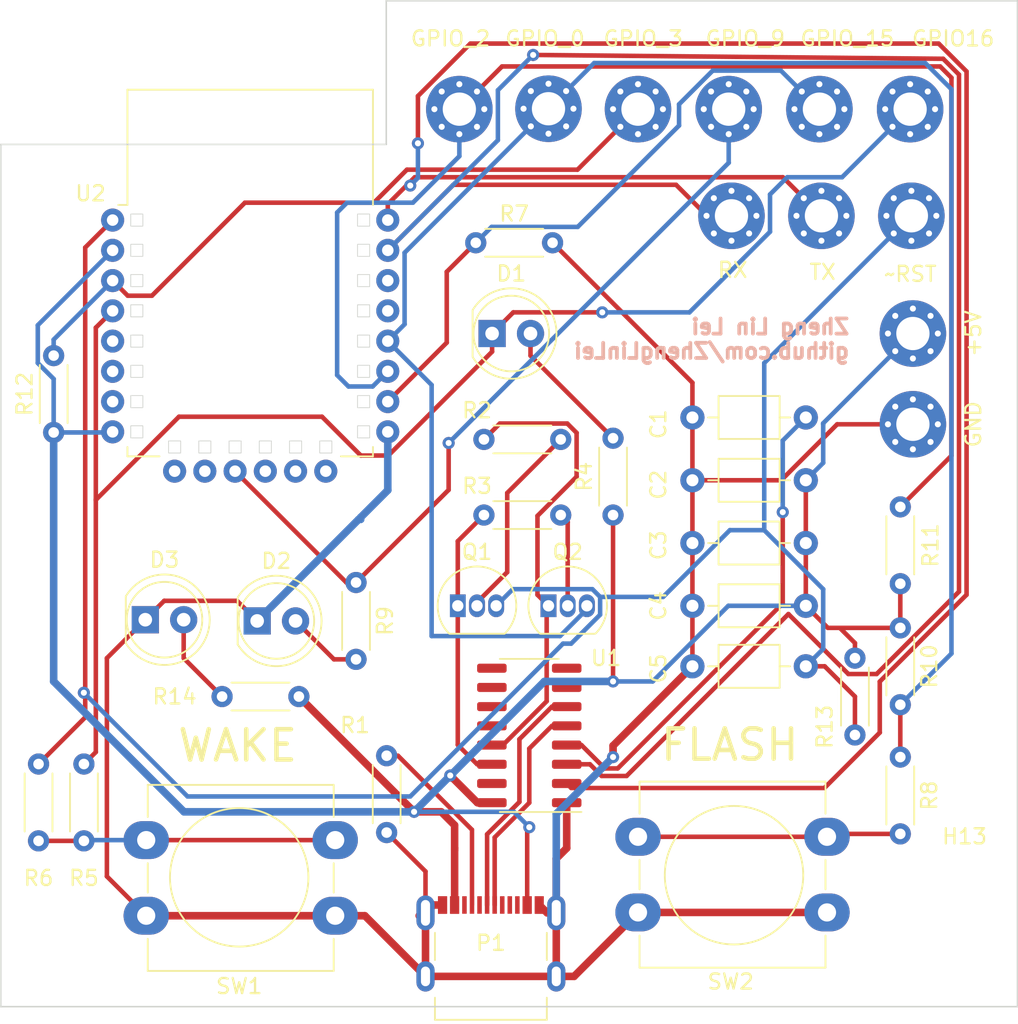
<source format=kicad_pcb>
(kicad_pcb (version 20221018) (generator pcbnew)
  (layers (0 "F.Cu" signal) (31 "B.Cu" signal) (34 "B.Paste" user) (35 "F.Paste" user) (36 "B.SilkS" user "B.Silkscreen") (37 "F.SilkS" user "F.Silkscreen") (38 "B.Mask" user) (39 "F.Mask" user) (44 "Edge.Cuts" user))
  (net 0 "")
  (net 1 "GND")
  (net 2 "Net-(U1-V3)")
  (net 3 "VBUS")
  (net 4 "/nRST")
  (net 5 "/PIN16")
  (net 6 "Net-(D1-A)")
  (net 7 "Net-(D2-A)")
  (net 8 "Net-(D3-A)")
  (net 9 "/RX")
  (net 10 "/TX")
  (net 11 "/PIN0")
  (net 12 "/EN")
  (net 13 "/BOOT_LED")
  (net 14 "/PIN15")
  (net 15 "/PIN2")
  (net 16 "Net-(P1-CC)")
  (net 17 "Net-(P1-D+)")
  (net 18 "Net-(P1-D-)")
  (net 20 "Net-(Q1-E)")
  (net 21 "Net-(Q1-B)")
  (net 22 "Net-(Q2-E)")
  (net 23 "Net-(Q2-B)")
  (net 24 "Net-(R5-Pad2)")
  (net 25 "Net-(R8-Pad2)")
  (footprint "Resistor_THT:R_Axial_DIN0204_L3.6mm_D1.6mm_P5.08mm_Horizontal" (layer "F.Cu") (at 149 131 -90)
    (fp_text reference "R8")
    (fp_text value "330R")
  )
  (footprint "Capacitor_THT:C_Axial_L3.8mm_D2.6mm_P7.50mm_Horizontal" (layer "F.Cu") (at 135.25 116.85)
    (fp_text reference "C3")
    (fp_text value "1u")
  )
  (footprint "MountingHole:MountingHole_2.2mm_M2_Pad_Via" (layer "F.Cu") (at 125.73 88.138)
    (fp_text reference "GPIO_0")
    (fp_text value "MountingHole_Pad")
  )
  (footprint "Resistor_THT:R_Axial_DIN0204_L3.6mm_D1.6mm_P5.08mm_Horizontal" (layer "F.Cu") (at 120.92 97)
    (fp_text reference "R7")
    (fp_text value "10k")
  )
  (footprint "Resistor_THT:R_Axial_DIN0204_L3.6mm_D1.6mm_P5.08mm_Horizontal" (layer "F.Cu") (at 121.46 115)
    (fp_text reference "R3")
    (fp_text value "10k")
  )
  (footprint "Package_SO:SOIC-16_3.9x9.9mm_P1.27mm" (layer "F.Cu") (at 124.46 129.571445 180)
    (fp_text reference "U1")
    (fp_text value "CH340C")
  )
  (footprint "Capacitor_THT:C_Axial_L3.8mm_D2.6mm_P7.50mm_Horizontal" (layer "F.Cu") (at 142.75 125 180)
    (fp_text reference "C5")
    (fp_text value "470p")
  )
  (footprint "Resistor_THT:R_Axial_DIN0204_L3.6mm_D1.6mm_P5.08mm_Horizontal" (layer "F.Cu") (at 115.025581 130.91147 -90)
    (fp_text reference "R1")
    (fp_text value "4.7k")
  )
  (footprint "MountingHole:MountingHole_2.2mm_M2_Pad_Via" (layer "F.Cu") (at 119.833274 88.166726)
    (fp_text reference "GPIO_2")
    (fp_text value "MountingHole_Pad")
  )
  (footprint "Button_Switch_THT:SW_PUSH-12mm_Wuerth-430476085716" (layer "F.Cu") (at 131.652143 136.270872)
    (fp_text reference "SW2")
    (fp_text value "SW_Push")
  )
  (footprint "Resistor_THT:R_Axial_DIN0204_L3.6mm_D1.6mm_P5.08mm_Horizontal" (layer "F.Cu") (at 92 136.54 90)
    (fp_text reference "R6")
    (fp_text value "19330R")
  )
  (footprint "LED_THT:LED_D5.0mm" (layer "F.Cu") (at 106.46 122)
    (fp_text reference "D2")
    (fp_text value "LED")
  )
  (footprint "LED_THT:LED_D5.0mm" (layer "F.Cu") (at 99.06 121.92)
    (fp_text reference "D3")
    (fp_text value "LED")
  )
  (footprint "Resistor_THT:R_Axial_DIN0204_L3.6mm_D1.6mm_P5.08mm_Horizontal" (layer "F.Cu") (at 149 122.46 -90)
    (fp_text reference "R10")
    (fp_text value "10k")
  )
  (footprint "LED_THT:LED_D5.0mm" (layer "F.Cu") (at 122 103)
    (fp_text reference "D1")
    (fp_text value "LED")
  )
  (footprint "MountingHole:MountingHole_2.2mm_M2_Pad_Via" (layer "F.Cu") (at 149.65 88.166726)
    (fp_text reference "GPIO16")
    (fp_text value "MountingHole_Pad")
  )
  (footprint "Button_Switch_THT:SW_PUSH-12mm_Wuerth-430476085716" (layer "F.Cu") (at 111.622018 141.489551 180)
    (fp_text reference "SW1")
    (fp_text value "SW_Push")
  )
  (footprint "RF_Module:ESP-12E_XPIN" (layer "F.Cu") (at 106 99)
    (fp_text reference "U2")
    (fp_text value "ESP-12E")
    (fp_rect (start -7.9 -3.9) (end -7.1 -3.1) (stroke (width 0.05)) (fill none) (layer "Edge.Cuts"))
    (fp_rect (start -7.9 -1.9) (end -7.1 -1.1) (stroke (width 0.05)) (fill none) (layer "Edge.Cuts"))
    (fp_rect (start -7.9 0.1) (end -7.1 0.9) (stroke (width 0.05)) (fill none) (layer "Edge.Cuts"))
    (fp_rect (start -7.9 2.1) (end -7.1 2.9) (stroke (width 0.05)) (fill none) (layer "Edge.Cuts"))
    (fp_rect (start -7.9 4.1) (end -7.1 4.9) (stroke (width 0.05)) (fill none) (layer "Edge.Cuts"))
    (fp_rect (start -7.9 6.1) (end -7.1 6.9) (stroke (width 0.05)) (fill none) (layer "Edge.Cuts"))
    (fp_rect (start -7.9 8.1) (end -7.1 8.9) (stroke (width 0.05)) (fill none) (layer "Edge.Cuts"))
    (fp_rect (start -7.9 10.1) (end -7.1 10.9) (stroke (width 0.05)) (fill none) (layer "Edge.Cuts"))
    (fp_rect (start -5.4 11.9) (end -4.6 11.1) (stroke (width 0.05)) (fill none) (layer "Edge.Cuts"))
    (fp_rect (start -3.4 11.9) (end -2.6 11.1) (stroke (width 0.05)) (fill none) (layer "Edge.Cuts"))
    (fp_rect (start -1.4 11.9) (end -0.6 11.1) (stroke (width 0.05)) (fill none) (layer "Edge.Cuts"))
    (fp_rect (start 0.6 11.9) (end 1.4 11.1) (stroke (width 0.05)) (fill none) (layer "Edge.Cuts"))
    (fp_rect (start 2.6 11.9) (end 3.4 11.1) (stroke (width 0.05)) (fill none) (layer "Edge.Cuts"))
    (fp_rect (start 4.6 11.9) (end 5.4 11.1) (stroke (width 0.05)) (fill none) (layer "Edge.Cuts"))
    (fp_rect (start 7.1 -3.9) (end 7.9 -3.1) (stroke (width 0.05)) (fill none) (layer "Edge.Cuts"))
    (fp_rect (start 7.1 -1.9) (end 7.9 -1.1) (stroke (width 0.05)) (fill none) (layer "Edge.Cuts"))
    (fp_rect (start 7.1 0.1) (end 7.9 0.9) (stroke (width 0.05)) (fill none) (layer "Edge.Cuts"))
    (fp_rect (start 7.1 2.1) (end 7.9 2.9) (stroke (width 0.05)) (fill none) (layer "Edge.Cuts"))
    (fp_rect (start 7.1 4.1) (end 7.9 4.9) (stroke (width 0.05)) (fill none) (layer "Edge.Cuts"))
    (fp_rect (start 7.1 6.1) (end 7.9 6.9) (stroke (width 0.05)) (fill none) (layer "Edge.Cuts"))
    (fp_rect (start 7.1 8.1) (end 7.9 8.9) (stroke (width 0.05)) (fill none) (layer "Edge.Cuts"))
    (fp_rect (start 7.1 10.1) (end 7.9 10.9) (stroke (width 0.05)) (fill none) (layer "Edge.Cuts"))
  )
  (footprint "MountingHole:MountingHole_2.2mm_M2_Pad_Via" (layer "F.Cu") (at 143.65 88.166726)
    (fp_text reference "GPIO_15")
    (fp_text value "MountingHole_Pad")
  )
  (footprint "MountingHole:MountingHole_2.2mm_M2_Pad_Via" (layer "F.Cu") (at 149.833274 109)
    (fp_text reference "GND")
    (fp_text value "MountingHole_Pad")
  )
  (footprint "MountingHole:MountingHole_2.2mm_M2_Pad_Via" (layer "F.Cu") (at 149.833274 103)
    (fp_text reference "+5V")
    (fp_text value "MountingHole_Pad")
  )
  (footprint "Resistor_THT:R_Axial_DIN0204_L3.6mm_D1.6mm_P5.08mm_Horizontal" (layer "F.Cu") (at 95 131.46 -90)
    (fp_text reference "R5")
    (fp_text value "16330R")
  )
  (footprint "MountingHole:MountingHole_2.2mm_M2_Pad_Via" (layer "F.Cu") (at 143.783274 95.216726 90)
    (fp_text reference "TX")
    (fp_text value "MountingHole_Pad")
  )
  (footprint "Resistor_THT:R_Axial_DIN0204_L3.6mm_D1.6mm_P5.08mm_Horizontal" (layer "F.Cu") (at 149 119.54 90)
    (fp_text reference "R11")
    (fp_text value "10k")
  )
  (footprint "Capacitor_THT:C_Axial_L3.8mm_D2.6mm_P7.50mm_Horizontal" (layer "F.Cu") (at 135.25 112.7)
    (fp_text reference "C2")
    (fp_text value "100n")
  )
  (footprint "Capacitor_THT:C_Axial_L3.8mm_D2.6mm_P7.50mm_Horizontal" (layer "F.Cu") (at 135.25 108.55)
    (fp_text reference "C1")
    (fp_text value "100n")
  )
  (footprint "Capacitor_THT:C_Axial_L3.8mm_D2.6mm_P7.50mm_Horizontal" (layer "F.Cu") (at 135.25 121)
    (fp_text reference "C4")
    (fp_text value "10u")
  )
  (footprint "MountingHole:MountingHole_3.7mm" (layer "F.Cu") (at 151.25 141.75)
    (fp_text reference "H13")
    (fp_text value "MountingHole")
  )
  (footprint "Resistor_THT:R_Axial_DIN0204_L3.6mm_D1.6mm_P5.08mm_Horizontal" (layer "F.Cu") (at 146 124.46 -90)
    (fp_text reference "R13")
    (fp_text value "10k")
  )
  (footprint "MountingHole:MountingHole_2.2mm_M2_Pad_Via" (layer "F.Cu") (at 137.65 88.166726)
    (fp_text reference "GPIO_9")
    (fp_text value "MountingHole_Pad")
  )
  (footprint "MountingHole:MountingHole_2.2mm_M2_Pad_Via" (layer "F.Cu") (at 137.833274 95.216726 90)
    (fp_text reference "RX")
    (fp_text value "MountingHole_Pad")
  )
  (footprint "Package_TO_SOT_THT:TO-92_Inline" (layer "F.Cu") (at 125.73 121)
    (fp_text reference "Q2")
    (fp_text value "S8050")
  )
  (footprint "Package_TO_SOT_THT:TO-92_Inline" (layer "F.Cu") (at 119.73 121)
    (fp_text reference "Q1")
    (fp_text value "S8050")
  )
  (footprint "Resistor_THT:R_Axial_DIN0204_L3.6mm_D1.6mm_P5.08mm_Horizontal" (layer "F.Cu") (at 109.22 127 180)
    (fp_text reference "R14")
    (fp_text value "330")
  )
  (footprint "Resistor_THT:R_Axial_DIN0204_L3.6mm_D1.6mm_P5.08mm_Horizontal" (layer "F.Cu") (at 121.46 110)
    (fp_text reference "R2")
    (fp_text value "10k")
  )
  (footprint "Resistor_THT:R_Axial_DIN0204_L3.6mm_D1.6mm_P5.08mm_Horizontal" (layer "F.Cu") (at 113 119.46 -90)
    (fp_text reference "R9")
    (fp_text value "330R")
  )
  (footprint "Resistor_THT:R_Axial_DIN0204_L3.6mm_D1.6mm_P5.08mm_Horizontal" (layer "F.Cu") (at 93 109.54 90)
    (fp_text reference "R12")
    (fp_text value "10k")
  )
  (footprint "MountingHole:MountingHole_2.2mm_M2_Pad_Via" (layer "F.Cu") (at 149.733274 95.216726 90)
    (fp_text reference "~RST")
    (fp_text value "MountingHole_Pad")
  )
  (footprint "Resistor_THT:R_Axial_DIN0204_L3.6mm_D1.6mm_P5.08mm_Horizontal" (layer "F.Cu") (at 130 115 90)
    (fp_text reference "R4")
    (fp_text value "330R")
  )
  (footprint "MountingHole:MountingHole_2.2mm_M2_Pad_Via" (layer "F.Cu") (at 131.65 88.166726)
    (fp_text reference "GPIO_3")
    (fp_text value "MountingHole_Pad")
  )
  (footprint "Library:TYPE-C 16PIN 2MD(073)" (layer "F.Cu") (at 121.92 143.29)
    (fp_text reference "P1")
    (fp_text value "USB_C_Plug_USB2.0")
  )
  (gr_line (start 115 81) (end 115 90.5) (stroke (width 0.1)) (layer "Edge.Cuts"))
  (gr_line (start 89.5 90.5) (end 89.5 147.5) (stroke (width 0.1)) (layer "Edge.Cuts"))
  (gr_line (start 156.75 81) (end 115 81) (stroke (width 0.1)) (layer "Edge.Cuts"))
  (gr_line (start 156.75 147.5) (end 156.75 81) (stroke (width 0.1)) (layer "Edge.Cuts"))
  (gr_line (start 115 90.5) (end 89.5 90.5) (stroke (width 0.1)) (layer "Edge.Cuts"))
  (gr_line (start 89.5 147.5) (end 156.75 147.5) (stroke (width 0.1)) (layer "Edge.Cuts"))
  (gr_text "Zheng Lin Lei\ngithub.com/ZhengLinLei" (at 145.75 104.75) (layer "B.SilkS") (effects (font (size 1 1) (thickness 0.25) bold) (justify left bottom mirror)))
  (gr_text "WAKE" (at 101.064273 131.418259) (layer "F.SilkS") (effects (font (size 2 2) (thickness 0.3) bold) (justify left bottom)))
  (gr_text "FLASH" (at 133 131.3635) (layer "F.SilkS") (effects (font (size 2 2) (thickness 0.3) bold) (justify left bottom)))
  (segment (start 96.52 124.46) (end 96.52 138.887533) (width 0.3) (layer "F.Cu") (net 1))
  (segment (start 126.245 141.3) (end 125.64 141.3) (width 0.5) (layer "F.Cu") (net 1))
  (segment (start 99.06 121.92) (end 96.52 124.46) (width 0.3) (layer "F.Cu") (net 1))
  (segment (start 131.652143 141.270872) (end 144.152143 141.270872) (width 0.5) (layer "F.Cu") (net 1))
  (segment (start 113.584551 141.489551) (end 117.595 145.5) (width 0.5) (layer "F.Cu") (net 1))
  (segment (start 135.25 121) (end 135.25 116.85) (width 0.3) (layer "F.Cu") (net 1))
  (segment (start 115.025581 135.99147) (end 117.595 138.560889) (width 0.3) (layer "F.Cu") (net 1))
  (segment (start 130 131) (end 130 130.25) (width 0.5) (layer "F.Cu") (net 1))
  (segment (start 98.974655 121.834655) (end 99.06 121.92) (width 0.3) (layer "F.Cu") (net 1))
  (segment (start 131.652143 141.270872) (end 127.423015 145.5) (width 0.5) (layer "F.Cu") (net 1))
  (segment (start 130 130.25) (end 135.25 125) (width 0.5) (layer "F.Cu") (net 1))
  (segment (start 100.31 120.67) (end 99.06 121.92) (width 0.3) (layer "F.Cu") (net 1))
  (segment (start 144.823654 109) (end 141.123654 112.7) (width 0.3) (layer "F.Cu") (net 1))
  (segment (start 118.72 140.78) (end 118.115 140.78) (width 0.5) (layer "F.Cu") (net 1))
  (segment (start 141.123654 112.7) (end 135.25 112.7) (width 0.3) (layer "F.Cu") (net 1))
  (segment (start 126.935 134.016445) (end 126.935 137.02) (width 0.5) (layer "F.Cu") (net 1))
  (segment (start 105.13 120.67) (end 100.31 120.67) (width 0.3) (layer "F.Cu") (net 1))
  (segment (start 117.174551 141.489551) (end 117.595 141.91) (width 0.5) (layer "F.Cu") (net 1))
  (segment (start 117.595 138.560889) (end 117.595 141.3) (width 0.3) (layer "F.Cu") (net 1))
  (segment (start 99.122018 141.489551) (end 111.622018 141.489551) (width 0.5) (layer "F.Cu") (net 1))
  (segment (start 117.595 145.5) (end 126.245 145.5) (width 0.5) (layer "F.Cu") (net 1))
  (segment (start 118.115 140.78) (end 117.595 141.3) (width 0.5) (layer "F.Cu") (net 1))
  (segment (start 106.46 122) (end 105.13 120.67) (width 0.3) (layer "F.Cu") (net 1))
  (segment (start 127.423015 145.5) (end 126.245 145.5) (width 0.5) (layer "F.Cu") (net 1))
  (segment (start 111.622018 141.489551) (end 113.584551 141.489551) (width 0.5) (layer "F.Cu") (net 1))
  (segment (start 135.25 125) (end 135.25 121) (width 0.3) (layer "F.Cu") (net 1))
  (segment (start 126.935 137.02) (end 126.245 137.71) (width 0.5) (layer "F.Cu") (net 1))
  (segment (start 135.25 116.85) (end 135.25 112.7) (width 0.3) (layer "F.Cu") (net 1))
  (segment (start 135.25 106.25) (end 126 97) (width 0.3) (layer "F.Cu") (net 1))
  (segment (start 144.823654 109) (end 149.833274 109) (width 0.3) (layer "F.Cu") (net 1))
  (segment (start 117.595 145.5) (end 117.595 141.3) (width 0.5) (layer "F.Cu") (net 1))
  (segment (start 126.245 141.3) (end 126.245 145.5) (width 0.5) (layer "F.Cu") (net 1))
  (segment (start 135.25 112.7) (end 135.25 108.55) (width 0.3) (layer "F.Cu") (net 1))
  (segment (start 126.245 137.71) (end 126.245 141.3) (width 0.5) (layer "F.Cu") (net 1))
  (segment (start 125.64 141.3) (end 125.12 140.78) (width 0.5) (layer "F.Cu") (net 1))
  (segment (start 135.25 108.55) (end 135.25 106.25) (width 0.3) (layer "F.Cu") (net 1))
  (segment (start 96.52 138.887533) (end 99.122018 141.489551) (width 0.3) (layer "F.Cu") (net 1))
  (via (at 130 131) (size 0.8) (drill 0.4) (layers "F.Cu" "B.Cu") (net 1))
  (segment (start 113.305026 115.286988) (end 113.173012 115.286988) (width 0.5) (layer "B.Cu") (net 1))
  (segment (start 113.173012 115.286988) (end 106.46 122) (width 0.5) (layer "B.Cu") (net 1))
  (segment (start 126.245 134.755) (end 126.245 141.3) (width 0.5) (layer "B.Cu") (net 1))
  (segment (start 115.1 109.5) (end 115.1 113.36) (width 0.5) (layer "B.Cu") (net 1))
  (segment (start 115.1 113.36) (end 113.305026 115.154974) (width 0.5) (layer "B.Cu") (net 1))
  (segment (start 130 131) (end 126.245 134.755) (width 0.5) (layer "B.Cu") (net 1))
  (segment (start 113.305026 115.154974) (end 113.305026 115.286988) (width 0.5) (layer "B.Cu") (net 1))
  (segment (start 141.224 114.808) (end 141.224 114.554) (width 0.3) (layer "F.Cu") (net 2))
  (segment (start 130.310661 131.75) (end 141.224 120.836661) (width 0.3) (layer "F.Cu") (net 2))
  (segment (start 129.453554 131.75) (end 130.310661 131.75) (width 0.3) (layer "F.Cu") (net 2))
  (segment (start 141.224 120.836661) (end 141.224 114.808) (width 0.3) (layer "F.Cu") (net 2))
  (segment (start 127.909999 130.206445) (end 129.453554 131.75) (width 0.3) (layer "F.Cu") (net 2))
  (segment (start 126.935 130.206445) (end 127.909999 130.206445) (width 0.3) (layer "F.Cu") (net 2))
  (via (at 141.224 114.808) (size 0.8) (drill 0.4) (layers "F.Cu" "B.Cu") (net 2))
  (segment (start 141.224 114.808) (end 141.224 110.076) (width 0.3) (layer "B.Cu") (net 2))
  (segment (start 141.224 110.076) (end 142.75 108.55) (width 0.3) (layer "B.Cu") (net 2))
  (segment (start 146 123.46) (end 145 122.46) (width 0.3) (layer "F.Cu") (net 3))
  (segment (start 124.32 135.776) (end 124.32 140.78) (width 0.3) (layer "F.Cu") (net 3))
  (segment (start 144.21 122.46) (end 142.75 121) (width 0.3) (layer "F.Cu") (net 3))
  (segment (start 119.52 137) (end 119.52 140.78) (width 0.5) (layer "F.Cu") (net 3))
  (segment (start 119.445 137.115) (end 119.52 137.19) (width 0.3) (layer "F.Cu") (net 3))
  (segment (start 146 124.46) (end 146 123.46) (width 0.3) (layer "F.Cu") (net 3))
  (segment (start 124.46 135.636) (end 124.32 135.776) (width 0.3) (layer "F.Cu") (net 3))
  (segment (start 142.75 112.7) (end 142.75 116.85) (width 0.3) (layer "F.Cu") (net 3))
  (segment (start 119.52 135.506446) (end 119.52 137) (width 0.5) (layer "F.Cu") (net 3))
  (segment (start 145 122.46) (end 144.21 122.46) (width 0.3) (layer "F.Cu") (net 3))
  (segment (start 121.985 134.016445) (end 121.028585 134.016445) (width 0.5) (layer "F.Cu") (net 3))
  (segment (start 119.52 137) (end 119.52 137.19) (width 0.5) (layer "F.Cu") (net 3))
  (segment (start 119.52 135.506446) (end 118.633554 134.62) (width 0.5) (layer "F.Cu") (net 3))
  (segment (start 116.84 134.62) (end 109.22 127) (width 0.5) (layer "F.Cu") (net 3))
  (segment (start 149 122.46) (end 145 122.46) (width 0.3) (layer "F.Cu") (net 3))
  (segment (start 130 115) (end 130 126) (width 0.3) (layer "F.Cu") (net 3))
  (segment (start 121.028585 134.016445) (end 119.230658 132.218518) (width 0.5) (layer "F.Cu") (net 3))
  (segment (start 142.75 116.85) (end 142.75 121) (width 0.3) (layer "F.Cu") (net 3))
  (segment (start 118.633554 134.62) (end 116.84 134.62) (width 0.5) (layer "F.Cu") (net 3))
  (segment (start 149 119.54) (end 149 122.46) (width 0.3) (layer "F.Cu") (net 3))
  (via (at 116.84 134.62) (size 0.8) (drill 0.4) (layers "F.Cu" "B.Cu") (net 3))
  (via (at 124.46 135.636) (size 0.8) (drill 0.4) (layers "F.Cu" "B.Cu") (net 3))
  (via (at 130 126) (size 0.8) (drill 0.4) (layers "F.Cu" "B.Cu") (net 3))
  (via (at 119.230658 132.218518) (size 0.8) (drill 0.4) (layers "F.Cu" "B.Cu") (net 3))
  (segment (start 119.241482 132.218518) (end 125.46 126) (width 0.5) (layer "B.Cu") (net 3))
  (segment (start 93 109.54) (end 96.86 109.54) (width 0.3) (layer "B.Cu") (net 3))
  (segment (start 123.444 134.62) (end 116.84 134.62) (width 0.3) (layer "B.Cu") (net 3))
  (segment (start 91.95 104.95) (end 91.95 102.45) (width 0.3) (layer "B.Cu") (net 3))
  (segment (start 96.86 109.54) (end 96.9 109.5) (width 0.3) (layer "B.Cu") (net 3))
  (segment (start 101.62 134.62) (end 93 126) (width 0.5) (layer "B.Cu") (net 3))
  (segment (start 93 109.54) (end 93 106) (width 0.3) (layer "B.Cu") (net 3))
  (segment (start 119.230658 132.229342) (end 119.230658 132.218518) (width 0.5) (layer "B.Cu") (net 3))
  (segment (start 93 126) (end 93 109.54) (width 0.5) (layer "B.Cu") (net 3))
  (segment (start 143.9 108.933274) (end 143.9 109) (width 0.3) (layer "B.Cu") (net 3))
  (segment (start 124.46 135.636) (end 123.444 134.62) (width 0.3) (layer "B.Cu") (net 3))
  (segment (start 116.84 134.62) (end 101.62 134.62) (width 0.5) (layer "B.Cu") (net 3))
  (segment (start 143.9 109) (end 143.9 111.55) (width 0.3) (layer "B.Cu") (net 3))
  (segment (start 137.623654 121) (end 142.75 121) (width 0.3) (layer "B.Cu") (net 3))
  (segment (start 116.84 134.62) (end 119.230658 132.229342) (width 0.5) (layer "B.Cu") (net 3))
  (segment (start 125.46 126) (end 130 126) (width 0.5) (layer "B.Cu") (net 3))
  (segment (start 143.9 111.55) (end 142.75 112.7) (width 0.3) (layer "B.Cu") (net 3))
  (segment (start 91.95 102.45) (end 96.9 97.5) (width 0.3) (layer "B.Cu") (net 3))
  (segment (start 132.623654 126) (end 137.623654 121) (width 0.3) (layer "B.Cu") (net 3))
  (segment (start 149.833274 103) (end 143.9 108.933274) (width 0.3) (layer "B.Cu") (net 3))
  (segment (start 119.230658 132.218518) (end 119.241482 132.218518) (width 0.5) (layer "B.Cu") (net 3))
  (segment (start 130 126) (end 132.623654 126) (width 0.3) (layer "B.Cu") (net 3))
  (segment (start 93 106) (end 91.95 104.95) (width 0.3) (layer "B.Cu") (net 3))
  (segment (start 142.75 125) (end 144 125) (width 0.3) (layer "F.Cu") (net 4))
  (segment (start 92 131.46) (end 95.086303 128.373697) (width 0.3) (layer "F.Cu") (net 4))
  (segment (start 95.086303 126.655697) (end 95.086303 97.313697) (width 0.3) (layer "F.Cu") (net 4))
  (segment (start 146 127) (end 146 129.54) (width 0.3) (layer "F.Cu") (net 4))
  (segment (start 95.086303 128.373697) (end 95.086303 126.836303) (width 0.3) (layer "F.Cu") (net 4))
  (segment (start 95.086303 97.313697) (end 96.9 95.5) (width 0.3) (layer "F.Cu") (net 4))
  (segment (start 144 125) (end 146 127) (width 0.3) (layer "F.Cu") (net 4))
  (segment (start 94.996 126.746) (end 95.086303 126.655697) (width 0.3) (layer "F.Cu") (net 4))
  (segment (start 95.086303 126.836303) (end 94.996 126.746) (width 0.3) (layer "F.Cu") (net 4))
  (via (at 94.996 126.746) (size 0.8) (drill 0.4) (layers "F.Cu" "B.Cu") (net 4))
  (segment (start 143.9 123.85) (end 142.75 125) (width 0.3) (layer "B.Cu") (net 4))
  (segment (start 149.733274 95.216726) (end 140 104.95) (width 0.3) (layer "B.Cu") (net 4))
  (segment (start 126.69 123.5) (end 127.232437 123.5) (width 0.3) (layer "B.Cu") (net 4))
  (segment (start 94.996 126.746) (end 101.854 133.604) (width 0.3) (layer "B.Cu") (net 4))
  (segment (start 129.145 120.412563) (end 133.313783 120.412563) (width 0.3) (layer "B.Cu") (net 4))
  (segment (start 129.145 120.412563) (end 128.632437 119.9) (width 0.3) (layer "B.Cu") (net 4))
  (segment (start 143.9 119.9) (end 143.9 123.85) (width 0.3) (layer "B.Cu") (net 4))
  (segment (start 133.313783 120.412563) (end 137.726346 116) (width 0.3) (layer "B.Cu") (net 4))
  (segment (start 140 116) (end 143.9 119.9) (width 0.3) (layer "B.Cu") (net 4))
  (segment (start 123.37 119.9) (end 122.27 121) (width 0.3) (layer "B.Cu") (net 4))
  (segment (start 101.854 133.604) (end 116.586 133.604) (width 0.3) (layer "B.Cu") (net 4))
  (segment (start 140 104.95) (end 140 116) (width 0.3) (layer "B.Cu") (net 4))
  (segment (start 116.586 133.604) (end 126.69 123.5) (width 0.3) (layer "B.Cu") (net 4))
  (segment (start 129.145 121.587437) (end 129.145 120.412563) (width 0.3) (layer "B.Cu") (net 4))
  (segment (start 127.232437 123.5) (end 129.145 121.587437) (width 0.3) (layer "B.Cu") (net 4))
  (segment (start 137.726346 116) (end 140 116) (width 0.3) (layer "B.Cu") (net 4))
  (segment (start 128.632437 119.9) (end 123.37 119.9) (width 0.3) (layer "B.Cu") (net 4))
  (segment (start 129.286 101.6) (end 123.4 101.6) (width 0.3) (layer "F.Cu") (net 5))
  (segment (start 96.9 101.5) (end 95.788 102.612) (width 0.3) (layer "F.Cu") (net 5))
  (segment (start 122 104.2) (end 115.134315 111.065685) (width 0.3) (layer "F.Cu") (net 5))
  (segment (start 110.75 108.5) (end 101.288 108.5) (width 0.3) (layer "F.Cu") (net 5))
  (segment (start 101.288 108.5) (end 95.788 114) (width 0.3) (layer "F.Cu") (net 5))
  (segment (start 95.788 130.672) (end 95 131.46) (width 0.3) (layer "F.Cu") (net 5))
  (segment (start 123.4 101.6) (end 122 103) (width 0.3) (layer "F.Cu") (net 5))
  (segment (start 113.315685 111.065685) (end 110.75 108.5) (width 0.3) (layer "F.Cu") (net 5))
  (segment (start 95.788 114) (end 95.788 130.672) (width 0.3) (layer "F.Cu") (net 5))
  (segment (start 95.788 102.612) (end 95.788 114) (width 0.3) (layer "F.Cu") (net 5))
  (segment (start 122 103) (end 122 104.2) (width 0.3) (layer "F.Cu") (net 5))
  (segment (start 115.134315 111.065685) (end 113.315685 111.065685) (width 0.3) (layer "F.Cu") (net 5))
  (via (at 129.286 101.6) (size 0.8) (drill 0.4) (layers "F.Cu" "B.Cu") (net 5))
  (segment (start 145.15 92.666726) (end 141.521274 92.666726) (width 0.3) (layer "B.Cu") (net 5))
  (segment (start 140.383274 93.804726) (end 140.383274 96.272971) (width 0.3) (layer "B.Cu") (net 5))
  (segment (start 135.056245 101.6) (end 129.286 101.6) (width 0.3) (layer "B.Cu") (net 5))
  (segment (start 149.65 88.166726) (end 145.15 92.666726) (width 0.3) (layer "B.Cu") (net 5))
  (segment (start 129.286 101.6) (end 129.032 101.6) (width 0.3) (layer "B.Cu") (net 5))
  (segment (start 141.521274 92.666726) (end 140.383274 93.804726) (width 0.3) (layer "B.Cu") (net 5))
  (segment (start 140.383274 96.272971) (end 135.056245 101.6) (width 0.3) (layer "B.Cu") (net 5))
  (segment (start 124.54 104.46) (end 124.54 103) (width 0.3) (layer "F.Cu") (net 6))
  (segment (start 130 109.92) (end 124.54 104.46) (width 0.3) (layer "F.Cu") (net 6))
  (segment (start 111.54 124.54) (end 109 122) (width 0.3) (layer "F.Cu") (net 7))
  (segment (start 113 124.54) (end 111.54 124.54) (width 0.3) (layer "F.Cu") (net 7))
  (segment (start 101.6 124.46) (end 101.6 121.92) (width 0.3) (layer "F.Cu") (net 8))
  (segment (start 104.14 127) (end 101.6 124.46) (width 0.3) (layer "F.Cu") (net 8))
  (segment (start 152.883274 120.061651) (end 152.883274 85.882168) (width 0.3) (layer "F.Cu") (net 9))
  (segment (start 126.935 131.476445) (end 128.472893 131.476445) (width 0.3) (layer "F.Cu") (net 9))
  (segment (start 130.894925 132.25) (end 141.6 121.544925) (width 0.3) (layer "F.Cu") (net 9))
  (segment (start 124.714 84.582) (end 124.714 84.836) (width 0.3) (layer "F.Cu") (net 9))
  (segment (start 134.166726 93.166726) (end 136.216726 95.216726) (width 0.3) (layer "F.Cu") (net 9))
  (segment (start 136.216726 95.216726) (end 137.833274 95.216726) (width 0.3) (layer "F.Cu") (net 9))
  (segment (start 141.6 121.544925) (end 145.565075 125.51) (width 0.3) (layer "F.Cu") (net 9))
  (segment (start 119.433274 93.166726) (end 134.166726 93.166726) (width 0.3) (layer "F.Cu") (net 9))
  (segment (start 147.434925 125.51) (end 152.883274 120.061651) (width 0.3) (layer "F.Cu") (net 9))
  (segment (start 151.837106 84.836) (end 124.714 84.582) (width 0.3) (layer "F.Cu") (net 9))
  (segment (start 152.883274 85.882168) (end 151.837106 84.836) (width 0.3) (layer "F.Cu") (net 9))
  (segment (start 115.1 97.5) (end 119.433274 93.166726) (width 0.3) (layer "F.Cu") (net 9))
  (segment (start 145.565075 125.51) (end 147.434925 125.51) (width 0.3) (layer "F.Cu") (net 9))
  (segment (start 129.246448 132.25) (end 130.894925 132.25) (width 0.3) (layer "F.Cu") (net 9))
  (segment (start 128.472893 131.476445) (end 129.246448 132.25) (width 0.3) (layer "F.Cu") (net 9))
  (via (at 124.714 84.582) (size 0.8) (drill 0.4) (layers "F.Cu" "B.Cu") (net 9))
  (segment (start 124.714 84.582) (end 122.383274 86.912726) (width 0.3) (layer "B.Cu") (net 9))
  (segment (start 122.383274 90.216726) (end 115.1 97.5) (width 0.3) (layer "B.Cu") (net 9))
  (segment (start 122.383274 86.912726) (end 122.383274 90.216726) (width 0.3) (layer "B.Cu") (net 9))
  (segment (start 143.783274 95.216726) (end 141.233274 92.666726) (width 0.3) (layer "F.Cu") (net 10))
  (segment (start 126.935 132.746445) (end 127.234999 133.046444) (width 0.3) (layer "F.Cu") (net 10))
  (segment (start 127.234999 133.046444) (end 143.978481 133.046444) (width 0.3) (layer "F.Cu") (net 10))
  (segment (start 116.332 93.218) (end 115.1 94.45) (width 0.3) (layer "F.Cu") (net 10))
  (segment (start 153.383274 85.675062) (end 151.540212 83.832) (width 0.3) (layer "F.Cu") (net 10))
  (segment (start 151.540212 83.832) (end 120.561755 83.832) (width 0.3) (layer "F.Cu") (net 10))
  (segment (start 147.642031 126.01) (end 153.383274 120.268757) (width 0.3) (layer "F.Cu") (net 10))
  (segment (start 117.094 87.299755) (end 117.094 90.424) (width 0.3) (layer "F.Cu") (net 10))
  (segment (start 115.1 94.45) (end 115.1 95.5) (width 0.3) (layer "F.Cu") (net 10))
  (segment (start 143.978481 133.046444) (end 147.642031 129.382894) (width 0.3) (layer "F.Cu") (net 10))
  (segment (start 120.561755 83.832) (end 117.094 87.299755) (width 0.3) (layer "F.Cu") (net 10))
  (segment (start 116.586 92.964) (end 116.586 93.218) (width 0.3) (layer "F.Cu") (net 10))
  (segment (start 141.233274 92.666726) (end 116.883274 92.666726) (width 0.3) (layer "F.Cu") (net 10))
  (segment (start 147.642031 129.382894) (end 147.642031 126.01) (width 0.3) (layer "F.Cu") (net 10))
  (segment (start 153.383274 120.268757) (end 153.383274 85.675062) (width 0.3) (layer "F.Cu") (net 10))
  (segment (start 116.586 93.218) (end 116.332 93.218) (width 0.3) (layer "F.Cu") (net 10))
  (segment (start 116.883274 92.666726) (end 116.586 92.964) (width 0.3) (layer "F.Cu") (net 10))
  (via (at 117.094 90.424) (size 0.8) (drill 0.4) (layers "F.Cu" "B.Cu") (net 10))
  (via (at 116.586 93.218) (size 0.8) (drill 0.4) (layers "F.Cu" "B.Cu") (net 10))
  (segment (start 117.094 90.424) (end 117.094 92.71) (width 0.3) (layer "B.Cu") (net 10))
  (segment (start 117.094 92.71) (end 116.586 93.218) (width 0.3) (layer "B.Cu") (net 10))
  (segment (start 149 127.54) (end 149 131) (width 0.3) (layer "F.Cu") (net 11))
  (segment (start 128.27 121) (end 128.27 121.225) (width 0.3) (layer "B.Cu") (net 11))
  (segment (start 152.383274 86.851274) (end 152.383274 124.156726) (width 0.3) (layer "B.Cu") (net 11))
  (segment (start 126.495 123) (end 118 123) (width 0.3) (layer "B.Cu") (net 11))
  (segment (start 150.648726 85.116726) (end 152.383274 86.851274) (width 0.3) (layer "B.Cu") (net 11))
  (segment (start 152.383274 124.156726) (end 149 127.54) (width 0.3) (layer "B.Cu") (net 11))
  (segment (start 118 123) (end 118 106.4) (width 0.3) (layer "B.Cu") (net 11))
  (segment (start 116.212 102.388) (end 115.1 103.5) (width 0.3) (layer "B.Cu") (net 11))
  (segment (start 118 106.4) (end 115.1 103.5) (width 0.3) (layer "B.Cu") (net 11))
  (segment (start 125.73 88.138) (end 116.212 97.656) (width 0.3) (layer "B.Cu") (net 11))
  (segment (start 128.27 121.225) (end 126.495 123) (width 0.3) (layer "B.Cu") (net 11))
  (segment (start 128.751274 85.116726) (end 150.648726 85.116726) (width 0.3) (layer "B.Cu") (net 11))
  (segment (start 125.73 88.138) (end 128.751274 85.116726) (width 0.3) (layer "B.Cu") (net 11))
  (segment (start 116.212 97.656) (end 116.212 102.388) (width 0.3) (layer "B.Cu") (net 11))
  (segment (start 131.65 88.166726) (end 127.65 92.166726) (width 0.3) (layer "F.Cu") (net 12))
  (segment (start 116.365406 92.166726) (end 114.182132 94.35) (width 0.3) (layer "F.Cu") (net 12))
  (segment (start 127.65 92.166726) (end 116.365406 92.166726) (width 0.3) (layer "F.Cu") (net 12))
  (segment (start 97.9 100.5) (end 96.9 99.5) (width 0.3) (layer "F.Cu") (net 12))
  (segment (start 114.182132 94.35) (end 105.649999 94.35) (width 0.3) (layer "F.Cu") (net 12))
  (segment (start 99.499999 100.5) (end 97.9 100.5) (width 0.3) (layer "F.Cu") (net 12))
  (segment (start 105.649999 94.35) (end 99.499999 100.5) (width 0.3) (layer "F.Cu") (net 12))
  (segment (start 96.9 99.5) (end 93 103.4) (width 0.3) (layer "B.Cu") (net 12))
  (segment (start 93 103.4) (end 93 104.46) (width 0.3) (layer "B.Cu") (net 12))
  (segment (start 119.126 110.236) (end 119.126 113.334) (width 0.3) (layer "F.Cu") (net 13))
  (segment (start 112.36 119.46) (end 113 119.46) (width 0.3) (layer "F.Cu") (net 13))
  (segment (start 119.126 113.334) (end 113 119.46) (width 0.3) (layer "F.Cu") (net 13))
  (segment (start 105 112.1) (end 112.36 119.46) (width 0.3) (layer "F.Cu") (net 13))
  (via (at 119.126 110.236) (size 0.8) (drill 0.4) (layers "F.Cu" "B.Cu") (net 13))
  (segment (start 137.65 88.166726) (end 137.65 91.712) (width 0.3) (layer "B.Cu") (net 13))
  (segment (start 137.65 91.712) (end 119.126 110.236) (width 0.3) (layer "B.Cu") (net 13))
  (segment (start 119 98.92) (end 120.92 97) (width 0.3) (layer "F.Cu") (net 14))
  (segment (start 115.1 107.5) (end 119 103.6) (width 0.3) (layer "F.Cu") (net 14))
  (segment (start 119 103.6) (end 119 98.92) (width 0.3) (layer "F.Cu") (net 14))
  (segment (start 141.1 85.616726) (end 136.593755 85.616726) (width 0.3) (layer "B.Cu") (net 14))
  (segment (start 143.65 88.166726) (end 141.1 85.616726) (width 0.3) (layer "B.Cu") (net 14))
  (segment (start 134.366 89.249075) (end 127.665075 95.95) (width 0.3) (layer "B.Cu") (net 14))
  (segment (start 134.366 87.844481) (end 134.366 89.249075) (width 0.3) (layer "B.Cu") (net 14))
  (segment (start 136.593755 85.616726) (end 134.366 87.844481) (width 0.3) (layer "B.Cu") (net 14))
  (segment (start 127.665075 95.95) (end 121.97 95.95) (width 0.3) (layer "B.Cu") (net 14))
  (segment (start 121.97 95.95) (end 120.92 97) (width 0.3) (layer "B.Cu") (net 14))
  (segment (start 149 114.46) (end 152.383274 111.076726) (width 0.3) (layer "F.Cu") (net 15))
  (segment (start 152.383274 111.076726) (end 152.383274 86.089274) (width 0.3) (layer "F.Cu") (net 15))
  (segment (start 151.638 85.344) (end 122.656 85.344) (width 0.3) (layer "F.Cu") (net 15))
  (segment (start 122.656 85.344) (end 119.833274 88.166726) (width 0.3) (layer "F.Cu") (net 15))
  (segment (start 152.383274 86.089274) (end 151.638 85.344) (width 0.3) (layer "F.Cu") (net 15))
  (segment (start 112.5 106.5) (end 114.1 106.5) (width 0.3) (layer "B.Cu") (net 15))
  (segment (start 119.833274 88.166726) (end 119.833274 91.277995) (width 0.3) (layer "B.Cu") (net 15))
  (segment (start 111.75 95) (end 111.75 105.75) (width 0.3) (layer "B.Cu") (net 15))
  (segment (start 119.833274 91.277995) (end 116.761269 94.35) (width 0.3) (layer "B.Cu") (net 15))
  (segment (start 112.4 94.35) (end 111.75 95) (width 0.3) (layer "B.Cu") (net 15))
  (segment (start 114.1 106.5) (end 115.1 105.5) (width 0.3) (layer "B.Cu") (net 15))
  (segment (start 111.75 105.75) (end 112.5 106.5) (width 0.3) (layer "B.Cu") (net 15))
  (segment (start 116.761269 94.35) (end 112.4 94.35) (width 0.3) (layer "B.Cu") (net 15))
  (segment (start 115.773552 130.91147) (end 120.67 135.807918) (width 0.3) (layer "F.Cu") (net 16))
  (segment (start 120.67 135.807918) (end 120.67 140.78) (width 0.3) (layer "F.Cu") (net 16))
  (segment (start 115.025581 130.91147) (end 115.773552 130.91147) (width 0.3) (layer "F.Cu") (net 16))
  (segment (start 125.960001 127.666445) (end 123.806447 129.819999) (width 0.3) (layer "F.Cu") (net 17))
  (segment (start 123.806447 133.966447) (end 121.67 136.102894) (width 0.3) (layer "F.Cu") (net 17))
  (segment (start 123.806447 129.819999) (end 123.806447 133.966447) (width 0.3) (layer "F.Cu") (net 17))
  (segment (start 121.67 136.102894) (end 121.67 140.78) (width 0.3) (layer "F.Cu") (net 17))
  (segment (start 126.935 127.666445) (end 125.960001 127.666445) (width 0.3) (layer "F.Cu") (net 17))
  (segment (start 124.46 134.02) (end 122.17 136.31) (width 0.3) (layer "F.Cu") (net 18))
  (segment (start 125.960001 128.936445) (end 124.46 130.436446) (width 0.3) (layer "F.Cu") (net 18))
  (segment (start 122.17 136.31) (end 122.17 140.78) (width 0.3) (layer "F.Cu") (net 18))
  (segment (start 126.935 128.936445) (end 125.960001 128.936445) (width 0.3) (layer "F.Cu") (net 18))
  (segment (start 124.46 130.436446) (end 124.46 134.02) (width 0.3) (layer "F.Cu") (net 18))
  (segment (start 121.46 115) (end 119.73 116.73) (width 0.3) (layer "F.Cu") (net 20))
  (segment (start 119.73 130.196444) (end 121.010001 131.476445) (width 0.3) (layer "F.Cu") (net 20))
  (segment (start 119.73 121) (end 119.73 130.196444) (width 0.3) (layer "F.Cu") (net 20))
  (segment (start 121.010001 131.476445) (end 121.985 131.476445) (width 0.3) (layer "F.Cu") (net 20))
  (segment (start 119.73 116.73) (end 119.73 121) (width 0.3) (layer "F.Cu") (net 20))
  (segment (start 123 113.54) (end 126.54 110) (width 0.3) (layer "F.Cu") (net 21))
  (segment (start 121 120.775) (end 123 118.775) (width 0.3) (layer "F.Cu") (net 21))
  (segment (start 123 118.775) (end 123 113.54) (width 0.3) (layer "F.Cu") (net 21))
  (segment (start 121 121) (end 121 120.775) (width 0.3) (layer "F.Cu") (net 21))
  (segment (start 127.59 112.465075) (end 125 115.055075) (width 0.3) (layer "F.Cu") (net 22))
  (segment (start 127.59 109.565075) (end 127.59 112.465075) (width 0.3) (layer "F.Cu") (net 22))
  (segment (start 125.61 121.12) (end 125.61 127.309339) (width 0.3) (layer "F.Cu") (net 22))
  (segment (start 125.61 127.309339) (end 122.712894 130.206445) (width 0.3) (layer "F.Cu") (net 22))
  (segment (start 121.46 110) (end 122.51 108.95) (width 0.3) (layer "F.Cu") (net 22))
  (segment (start 125 115.055075) (end 125 120.27) (width 0.3) (layer "F.Cu") (net 22))
  (segment (start 125 120.27) (end 125.73 121) (width 0.3) (layer "F.Cu") (net 22))
  (segment (start 122.712894 130.206445) (end 121.985 130.206445) (width 0.3) (layer "F.Cu") (net 22))
  (segment (start 125.73 121) (end 125.61 121.12) (width 0.3) (layer "F.Cu") (net 22))
  (segment (start 122.51 108.95) (end 126.974925 108.95) (width 0.3) (layer "F.Cu") (net 22))
  (segment (start 126.974925 108.95) (end 127.59 109.565075) (width 0.3) (layer "F.Cu") (net 22))
  (segment (start 127 121) (end 127 115.46) (width 0.3) (layer "F.Cu") (net 23))
  (segment (start 127 115.46) (end 126.54 115) (width 0.3) (layer "F.Cu") (net 23))
  (segment (start 92 136.54) (end 95 136.54) (width 0.3) (layer "F.Cu") (net 24))
  (segment (start 99.122018 136.489551) (end 111.622018 136.489551) (width 0.3) (layer "F.Cu") (net 24))
  (segment (start 99.122018 136.489551) (end 95.050449 136.489551) (width 0.3) (layer "B.Cu") (net 24))
  (segment (start 95.050449 136.489551) (end 95 136.54) (width 0.3) (layer "B.Cu") (net 24))
  (segment (start 131.652143 136.270872) (end 144.152143 136.270872) (width 0.3) (layer "F.Cu") (net 25))
  (segment (start 144.343015 136.08) (end 144.152143 136.270872) (width 0.3) (layer "F.Cu") (net 25))
  (segment (start 149 136.08) (end 144.343015 136.08) (width 0.3) (layer "F.Cu") (net 25))
)
</source>
